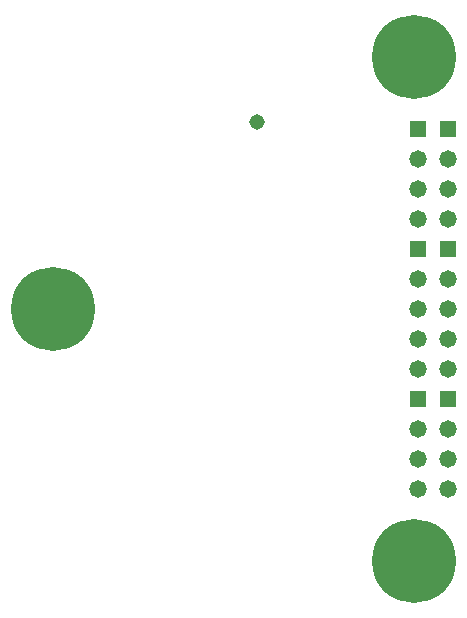
<source format=gbs>
G04*
G04 #@! TF.GenerationSoftware,Altium Limited,Altium Designer,25.1.2 (22)*
G04*
G04 Layer_Color=16711935*
%FSLAX44Y44*%
%MOMM*%
G71*
G04*
G04 #@! TF.SameCoordinates,B52A457E-B352-49CB-BE48-5EE90B4D2348*
G04*
G04*
G04 #@! TF.FilePolarity,Negative*
G04*
G01*
G75*
%ADD44C,1.3116*%
%ADD45C,1.4716*%
%ADD46R,1.4716X1.4716*%
%ADD47C,1.4720*%
%ADD48C,7.1016*%
D44*
X224822Y438812D02*
D03*
D45*
X386470Y356200D02*
D03*
Y381600D02*
D03*
Y407000D02*
D03*
X361070Y127600D02*
D03*
Y153000D02*
D03*
Y356200D02*
D03*
Y381600D02*
D03*
Y407000D02*
D03*
X386470Y127600D02*
D03*
Y153000D02*
D03*
X361070Y254600D02*
D03*
Y280000D02*
D03*
Y305400D02*
D03*
X386470Y254600D02*
D03*
Y280000D02*
D03*
Y305400D02*
D03*
D46*
Y432400D02*
D03*
X361070Y203800D02*
D03*
Y432400D02*
D03*
X386470Y203800D02*
D03*
X361065Y330800D02*
D03*
X386470D02*
D03*
D47*
X361070Y178400D02*
D03*
X386470D02*
D03*
X361070Y229200D02*
D03*
X386470D02*
D03*
D48*
X52500Y280000D02*
D03*
X358370Y66426D02*
D03*
X358374Y493574D02*
D03*
M02*

</source>
